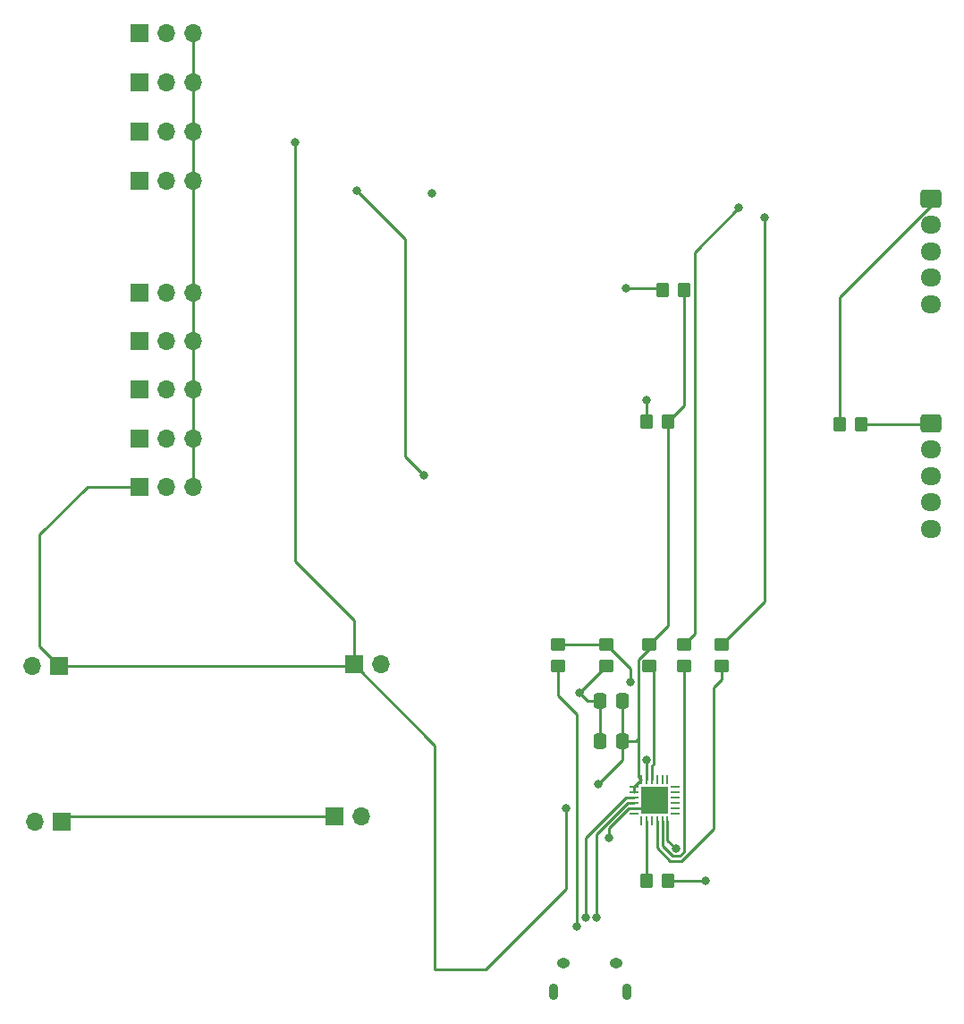
<source format=gbr>
%TF.GenerationSoftware,KiCad,Pcbnew,6.0.11+dfsg-1*%
%TF.CreationDate,2023-12-17T00:58:24-05:00*%
%TF.ProjectId,base_controller,62617365-5f63-46f6-9e74-726f6c6c6572,rev?*%
%TF.SameCoordinates,Original*%
%TF.FileFunction,Copper,L2,Bot*%
%TF.FilePolarity,Positive*%
%FSLAX46Y46*%
G04 Gerber Fmt 4.6, Leading zero omitted, Abs format (unit mm)*
G04 Created by KiCad (PCBNEW 6.0.11+dfsg-1) date 2023-12-17 00:58:24*
%MOMM*%
%LPD*%
G01*
G04 APERTURE LIST*
G04 Aperture macros list*
%AMRoundRect*
0 Rectangle with rounded corners*
0 $1 Rounding radius*
0 $2 $3 $4 $5 $6 $7 $8 $9 X,Y pos of 4 corners*
0 Add a 4 corners polygon primitive as box body*
4,1,4,$2,$3,$4,$5,$6,$7,$8,$9,$2,$3,0*
0 Add four circle primitives for the rounded corners*
1,1,$1+$1,$2,$3*
1,1,$1+$1,$4,$5*
1,1,$1+$1,$6,$7*
1,1,$1+$1,$8,$9*
0 Add four rect primitives between the rounded corners*
20,1,$1+$1,$2,$3,$4,$5,0*
20,1,$1+$1,$4,$5,$6,$7,0*
20,1,$1+$1,$6,$7,$8,$9,0*
20,1,$1+$1,$8,$9,$2,$3,0*%
G04 Aperture macros list end*
%TA.AperFunction,ComponentPad*%
%ADD10R,1.700000X1.700000*%
%TD*%
%TA.AperFunction,ComponentPad*%
%ADD11O,1.700000X1.700000*%
%TD*%
%TA.AperFunction,ComponentPad*%
%ADD12RoundRect,0.250000X-0.725000X0.600000X-0.725000X-0.600000X0.725000X-0.600000X0.725000X0.600000X0*%
%TD*%
%TA.AperFunction,ComponentPad*%
%ADD13O,1.950000X1.700000*%
%TD*%
%TA.AperFunction,ComponentPad*%
%ADD14O,0.890000X1.550000*%
%TD*%
%TA.AperFunction,ComponentPad*%
%ADD15O,1.250000X0.950000*%
%TD*%
%TA.AperFunction,SMDPad,CuDef*%
%ADD16RoundRect,0.250000X-0.350000X-0.450000X0.350000X-0.450000X0.350000X0.450000X-0.350000X0.450000X0*%
%TD*%
%TA.AperFunction,SMDPad,CuDef*%
%ADD17RoundRect,0.250000X0.337500X0.475000X-0.337500X0.475000X-0.337500X-0.475000X0.337500X-0.475000X0*%
%TD*%
%TA.AperFunction,SMDPad,CuDef*%
%ADD18RoundRect,0.250000X-0.450000X0.350000X-0.450000X-0.350000X0.450000X-0.350000X0.450000X0.350000X0*%
%TD*%
%TA.AperFunction,SMDPad,CuDef*%
%ADD19RoundRect,0.250000X0.350000X0.450000X-0.350000X0.450000X-0.350000X-0.450000X0.350000X-0.450000X0*%
%TD*%
%TA.AperFunction,SMDPad,CuDef*%
%ADD20RoundRect,0.062500X-0.350000X-0.062500X0.350000X-0.062500X0.350000X0.062500X-0.350000X0.062500X0*%
%TD*%
%TA.AperFunction,SMDPad,CuDef*%
%ADD21RoundRect,0.062500X-0.062500X-0.350000X0.062500X-0.350000X0.062500X0.350000X-0.062500X0.350000X0*%
%TD*%
%TA.AperFunction,SMDPad,CuDef*%
%ADD22R,2.600000X2.600000*%
%TD*%
%TA.AperFunction,ViaPad*%
%ADD23C,0.800000*%
%TD*%
%TA.AperFunction,Conductor*%
%ADD24C,0.250000*%
%TD*%
G04 APERTURE END LIST*
D10*
%TO.P,J4,1,Pin_1*%
%TO.N,+5V*%
X106680000Y-132588000D03*
D11*
%TO.P,J4,2,Pin_2*%
%TO.N,Earth*%
X104140000Y-132588000D03*
%TD*%
D10*
%TO.P,J7,1,Pin_1*%
%TO.N,+3V3*%
X134350000Y-117737500D03*
D11*
%TO.P,J7,2,Pin_2*%
%TO.N,Earth*%
X136890000Y-117737500D03*
%TD*%
%TO.P,J6,2,Pin_2*%
%TO.N,Earth*%
X135090000Y-132080000D03*
D10*
%TO.P,J6,1,Pin_1*%
%TO.N,+5V*%
X132550000Y-132080000D03*
%TD*%
%TO.P,J3,1,Pin_1*%
%TO.N,+3V3*%
X106426000Y-117856000D03*
D11*
%TO.P,J3,2,Pin_2*%
%TO.N,Earth*%
X103886000Y-117856000D03*
%TD*%
D12*
%TO.P,J1,1,Pin_1*%
%TO.N,DATA_IO*%
X188976000Y-73660000D03*
D13*
%TO.P,J1,2,Pin_2*%
%TO.N,SHCP_1*%
X188976000Y-76160000D03*
%TO.P,J1,3,Pin_3*%
%TO.N,STCP_1*%
X188976000Y-78660000D03*
%TO.P,J1,4,Pin_4*%
%TO.N,OE_1*%
X188976000Y-81160000D03*
%TO.P,J1,5,Pin_5*%
%TO.N,MR_1*%
X188976000Y-83660000D03*
%TD*%
D12*
%TO.P,J2,1,Pin_1*%
%TO.N,Net-(J2-Pad1)*%
X188976000Y-94902000D03*
D13*
%TO.P,J2,2,Pin_2*%
%TO.N,SHCP_2*%
X188976000Y-97402000D03*
%TO.P,J2,3,Pin_3*%
%TO.N,STCP_2*%
X188976000Y-99902000D03*
%TO.P,J2,4,Pin_4*%
%TO.N,PL_2*%
X188976000Y-102402000D03*
%TO.P,J2,5,Pin_5*%
%TO.N,MR_2*%
X188976000Y-104902000D03*
%TD*%
D14*
%TO.P,J5,6,Shield*%
%TO.N,Earth*%
X153234000Y-148652500D03*
X160234000Y-148652500D03*
D15*
X154234000Y-145952500D03*
X159234000Y-145952500D03*
%TD*%
D10*
%TO.P,JP1,1,A*%
%TO.N,+3V3*%
X114106000Y-82550000D03*
D11*
%TO.P,JP1,2,C*%
%TO.N,DEVCL_0*%
X116646000Y-82550000D03*
%TO.P,JP1,3,B*%
%TO.N,Earth*%
X119186000Y-82550000D03*
%TD*%
D10*
%TO.P,JP2,1,A*%
%TO.N,+3V3*%
X114106000Y-87144000D03*
D11*
%TO.P,JP2,2,C*%
%TO.N,DEVCL_1*%
X116646000Y-87144000D03*
%TO.P,JP2,3,B*%
%TO.N,Earth*%
X119186000Y-87144000D03*
%TD*%
D10*
%TO.P,JP3,1,A*%
%TO.N,+3V3*%
X114106000Y-91738000D03*
D11*
%TO.P,JP3,2,C*%
%TO.N,DEVCL_2*%
X116646000Y-91738000D03*
%TO.P,JP3,3,B*%
%TO.N,Earth*%
X119186000Y-91738000D03*
%TD*%
D10*
%TO.P,JP4,1,A*%
%TO.N,+3V3*%
X114106000Y-96332000D03*
D11*
%TO.P,JP4,2,C*%
%TO.N,DEVCL_3*%
X116646000Y-96332000D03*
%TO.P,JP4,3,B*%
%TO.N,Earth*%
X119186000Y-96332000D03*
%TD*%
D10*
%TO.P,JP5,1,A*%
%TO.N,+3V3*%
X114106000Y-100926000D03*
D11*
%TO.P,JP5,2,C*%
%TO.N,DEVCL_4*%
X116646000Y-100926000D03*
%TO.P,JP5,3,B*%
%TO.N,Earth*%
X119186000Y-100926000D03*
%TD*%
D10*
%TO.P,JP6,1,A*%
%TO.N,+3V3*%
X114106000Y-58020000D03*
D11*
%TO.P,JP6,2,C*%
%TO.N,DEVID_0*%
X116646000Y-58020000D03*
%TO.P,JP6,3,B*%
%TO.N,Earth*%
X119186000Y-58020000D03*
%TD*%
D10*
%TO.P,JP7,1,A*%
%TO.N,+3V3*%
X114106000Y-62670000D03*
D11*
%TO.P,JP7,2,C*%
%TO.N,DEVID_1*%
X116646000Y-62670000D03*
%TO.P,JP7,3,B*%
%TO.N,Earth*%
X119186000Y-62670000D03*
%TD*%
D10*
%TO.P,JP8,1,A*%
%TO.N,+3V3*%
X114106000Y-67320000D03*
D11*
%TO.P,JP8,2,C*%
%TO.N,DEVID_2*%
X116646000Y-67320000D03*
%TO.P,JP8,3,B*%
%TO.N,Earth*%
X119186000Y-67320000D03*
%TD*%
D10*
%TO.P,JP9,1,A*%
%TO.N,+3V3*%
X114106000Y-71970000D03*
D11*
%TO.P,JP9,2,C*%
%TO.N,DEVID_3*%
X116646000Y-71970000D03*
%TO.P,JP9,3,B*%
%TO.N,Earth*%
X119186000Y-71970000D03*
%TD*%
D16*
%TO.P,R9,1*%
%TO.N,DATA_IO*%
X180356000Y-94996000D03*
%TO.P,R9,2*%
%TO.N,Net-(J2-Pad1)*%
X182356000Y-94996000D03*
%TD*%
D17*
%TO.P,C5,1*%
%TO.N,+3V3*%
X159787500Y-124968000D03*
%TO.P,C5,2*%
%TO.N,Earth*%
X157712500Y-124968000D03*
%TD*%
%TO.P,C6,1*%
%TO.N,+3V3*%
X159787500Y-121158000D03*
%TO.P,C6,2*%
%TO.N,Earth*%
X157712500Y-121158000D03*
%TD*%
D18*
%TO.P,R3,1*%
%TO.N,+3V3*%
X162306000Y-115840000D03*
%TO.P,R3,2*%
%TO.N,Net-(R3-Pad2)*%
X162306000Y-117840000D03*
%TD*%
%TO.P,R4,1*%
%TO.N,Net-(R4-Pad1)*%
X153670000Y-115840000D03*
%TO.P,R4,2*%
%TO.N,Net-(D1-Pad2)*%
X153670000Y-117840000D03*
%TD*%
%TO.P,R5,1*%
%TO.N,Net-(R4-Pad1)*%
X158242000Y-115840000D03*
%TO.P,R5,2*%
%TO.N,Earth*%
X158242000Y-117840000D03*
%TD*%
%TO.P,R6,1*%
%TO.N,TXD0*%
X165608000Y-115840000D03*
%TO.P,R6,2*%
%TO.N,Net-(R6-Pad2)*%
X165608000Y-117840000D03*
%TD*%
%TO.P,R7,1*%
%TO.N,RXD0*%
X169164000Y-115840000D03*
%TO.P,R7,2*%
%TO.N,Net-(R7-Pad2)*%
X169164000Y-117840000D03*
%TD*%
D19*
%TO.P,R8,1*%
%TO.N,Net-(Q1-Pad2)*%
X164068000Y-138176000D03*
%TO.P,R8,2*%
%TO.N,Net-(R8-Pad2)*%
X162068000Y-138176000D03*
%TD*%
%TO.P,R10,1*%
%TO.N,+3V3*%
X164068000Y-94742000D03*
%TO.P,R10,2*%
%TO.N,IO0*%
X162068000Y-94742000D03*
%TD*%
%TO.P,R11,1*%
%TO.N,+3V3*%
X165592000Y-82296000D03*
%TO.P,R11,2*%
%TO.N,IO5*%
X163592000Y-82296000D03*
%TD*%
D20*
%TO.P,U2,1,RI/CLK*%
%TO.N,unconnected-(U2-Pad1)*%
X160876500Y-131806000D03*
%TO.P,U2,2,GND*%
%TO.N,Earth*%
X160876500Y-131306000D03*
%TO.P,U2,3,D+*%
%TO.N,Net-(D1-Pad4)*%
X160876500Y-130806000D03*
%TO.P,U2,4,D-*%
%TO.N,Net-(D1-Pad3)*%
X160876500Y-130306000D03*
%TO.P,U2,5,VIO*%
%TO.N,+3V3*%
X160876500Y-129806000D03*
%TO.P,U2,6,VDD*%
X160876500Y-129306000D03*
D21*
%TO.P,U2,7,REGIN*%
X161564000Y-128618500D03*
%TO.P,U2,8,VBUS*%
%TO.N,Net-(R4-Pad1)*%
X162064000Y-128618500D03*
%TO.P,U2,9,~{RSTb}*%
%TO.N,Net-(R3-Pad2)*%
X162564000Y-128618500D03*
%TO.P,U2,10,NC*%
%TO.N,unconnected-(U2-Pad10)*%
X163064000Y-128618500D03*
%TO.P,U2,11,GPIO.3*%
%TO.N,unconnected-(U2-Pad11)*%
X163564000Y-128618500D03*
%TO.P,U2,12,GPIO.2*%
%TO.N,unconnected-(U2-Pad12)*%
X164064000Y-128618500D03*
D20*
%TO.P,U2,13,GPIO.1*%
%TO.N,unconnected-(U2-Pad13)*%
X164751500Y-129306000D03*
%TO.P,U2,14,GPIO.0*%
%TO.N,unconnected-(U2-Pad14)*%
X164751500Y-129806000D03*
%TO.P,U2,15,~{SUSPENDb}*%
%TO.N,unconnected-(U2-Pad15)*%
X164751500Y-130306000D03*
%TO.P,U2,16,NC*%
%TO.N,unconnected-(U2-Pad16)*%
X164751500Y-130806000D03*
%TO.P,U2,17,SUSPEND*%
%TO.N,unconnected-(U2-Pad17)*%
X164751500Y-131306000D03*
%TO.P,U2,18,CTS*%
%TO.N,unconnected-(U2-Pad18)*%
X164751500Y-131806000D03*
D21*
%TO.P,U2,19,RTS*%
%TO.N,Net-(Q1-Pad1)*%
X164064000Y-132493500D03*
%TO.P,U2,20,RXD*%
%TO.N,Net-(R6-Pad2)*%
X163564000Y-132493500D03*
%TO.P,U2,21,TXD*%
%TO.N,Net-(R7-Pad2)*%
X163064000Y-132493500D03*
%TO.P,U2,22,DSR*%
%TO.N,unconnected-(U2-Pad22)*%
X162564000Y-132493500D03*
%TO.P,U2,23,DTR*%
%TO.N,Net-(R8-Pad2)*%
X162064000Y-132493500D03*
%TO.P,U2,24,DCD*%
%TO.N,unconnected-(U2-Pad24)*%
X161564000Y-132493500D03*
D22*
%TO.P,U2,25,GND*%
%TO.N,Earth*%
X162814000Y-130556000D03*
%TD*%
D23*
%TO.N,+3V3*%
X154432000Y-131318000D03*
X128778000Y-68326000D03*
X141726500Y-73157500D03*
X157480000Y-129032000D03*
%TO.N,Earth*%
X155702000Y-120380000D03*
X158496000Y-134112000D03*
%TO.N,Net-(D1-Pad4)*%
X157319001Y-141638999D03*
%TO.N,Net-(D1-Pad3)*%
X156294000Y-141648000D03*
%TO.N,Net-(D1-Pad2)*%
X155434000Y-142508000D03*
%TO.N,Net-(Q1-Pad1)*%
X164846000Y-135128000D03*
%TO.N,EN*%
X140970000Y-99822000D03*
X134620000Y-72898000D03*
%TO.N,Net-(Q1-Pad2)*%
X167640000Y-138176000D03*
%TO.N,TXD0*%
X170815000Y-74549000D03*
%TO.N,RXD0*%
X173228000Y-75438000D03*
%TO.N,IO0*%
X162068000Y-92726000D03*
%TO.N,IO5*%
X160147000Y-82169000D03*
%TO.N,Net-(R4-Pad1)*%
X160528000Y-119380000D03*
X162064000Y-126758000D03*
%TD*%
D24*
%TO.N,+3V3*%
X106426000Y-117856000D02*
X134231500Y-117856000D01*
X134231500Y-117856000D02*
X134350000Y-117737500D01*
X141986000Y-146558000D02*
X141986000Y-125373500D01*
X141986000Y-125373500D02*
X134350000Y-117737500D01*
X128778000Y-107963799D02*
X134350000Y-113535799D01*
X134350000Y-113535799D02*
X134350000Y-117737500D01*
X154432000Y-131318000D02*
X154432000Y-138970674D01*
X154432000Y-138970674D02*
X146844674Y-146558000D01*
X146844674Y-146558000D02*
X141986000Y-146558000D01*
X128778000Y-107963799D02*
X128778000Y-68326000D01*
%TO.N,+5V*%
X132550000Y-132080000D02*
X107188000Y-132080000D01*
X107188000Y-132080000D02*
X106680000Y-132588000D01*
%TO.N,+3V3*%
X157480000Y-129032000D02*
X157480000Y-129032000D01*
X159787500Y-124968000D02*
X161036000Y-124968000D01*
X161280990Y-128335490D02*
X161280990Y-124723010D01*
X109132000Y-100926000D02*
X114106000Y-100926000D01*
X104603574Y-116033574D02*
X104603574Y-108164229D01*
X104596375Y-107843324D02*
X104596375Y-105461625D01*
X161036000Y-124968000D02*
X161280990Y-124723010D01*
X164068000Y-94742000D02*
X164068000Y-114078000D01*
X165592000Y-93218000D02*
X164068000Y-94742000D01*
X162306000Y-116226810D02*
X162306000Y-115840000D01*
X161280990Y-117251820D02*
X162306000Y-116226810D01*
X104596375Y-105461625D02*
X109132000Y-100926000D01*
X160876500Y-129806000D02*
X160876500Y-129306000D01*
X161280990Y-124723010D02*
X161280990Y-117251820D01*
X165592000Y-82296000D02*
X165592000Y-93218000D01*
X160876500Y-129306000D02*
X161564000Y-128618500D01*
X106426000Y-117856000D02*
X104603574Y-116033574D01*
X161564000Y-128618500D02*
X161280990Y-128335490D01*
X104603574Y-108164229D02*
X104596375Y-107843324D01*
X164068000Y-114078000D02*
X162306000Y-115840000D01*
X159787500Y-124968000D02*
X159787500Y-126724500D01*
X159787500Y-126724500D02*
X157480000Y-129032000D01*
X159787500Y-121158000D02*
X159787500Y-124968000D01*
%TO.N,Earth*%
X155702000Y-120380000D02*
X155702000Y-120380000D01*
X119186000Y-91738000D02*
X119186000Y-96332000D01*
X119186000Y-62670000D02*
X119186000Y-67320000D01*
X162064000Y-131306000D02*
X162814000Y-130556000D01*
X157712500Y-121158000D02*
X156480000Y-121158000D01*
X158496000Y-133225978D02*
X160415978Y-131306000D01*
X160876500Y-131306000D02*
X162064000Y-131306000D01*
X119186000Y-96332000D02*
X119186000Y-100926000D01*
X119186000Y-87144000D02*
X119186000Y-91738000D01*
X119186000Y-58020000D02*
X119186000Y-62670000D01*
X160415978Y-131306000D02*
X160876500Y-131306000D01*
X119186000Y-67320000D02*
X119186000Y-71970000D01*
X158496000Y-134112000D02*
X158496000Y-133225978D01*
X157712500Y-124968000D02*
X157712500Y-121158000D01*
X158242000Y-117840000D02*
X155702000Y-120380000D01*
X156480000Y-121158000D02*
X155702000Y-120380000D01*
X119186000Y-71970000D02*
X119186000Y-82550000D01*
X119186000Y-82550000D02*
X119186000Y-87144000D01*
%TO.N,Net-(D1-Pad4)*%
X160415978Y-130806000D02*
X160876500Y-130806000D01*
X160279568Y-130806000D02*
X157319001Y-133766567D01*
X157319001Y-133766567D02*
X157319001Y-133902977D01*
X157319001Y-141638999D02*
X157319001Y-133902977D01*
X160876500Y-130806000D02*
X160279568Y-130806000D01*
%TO.N,Net-(D1-Pad3)*%
X160876500Y-130306000D02*
X160143158Y-130306000D01*
X156294000Y-134790000D02*
X156294000Y-134291568D01*
X156294000Y-134155158D02*
X156294000Y-134790000D01*
X156294000Y-141648000D02*
X156294000Y-134790000D01*
X160279568Y-130306000D02*
X160876500Y-130306000D01*
X160143158Y-130306000D02*
X156294000Y-134155158D01*
%TO.N,Net-(D1-Pad2)*%
X153670000Y-120662000D02*
X155434000Y-122426000D01*
X153670000Y-117840000D02*
X153670000Y-120662000D01*
X155434000Y-142508000D02*
X155434000Y-122426000D01*
%TO.N,Net-(Q1-Pad1)*%
X164846000Y-135128000D02*
X164846000Y-135128000D01*
X164064000Y-132493500D02*
X164064000Y-134092000D01*
X164064000Y-134346000D02*
X164846000Y-135128000D01*
X164064000Y-134092000D02*
X164064000Y-134346000D01*
%TO.N,EN*%
X134620000Y-72898000D02*
X134620000Y-72898000D01*
X139192000Y-98044000D02*
X140970000Y-99822000D01*
X139192000Y-77470000D02*
X134620000Y-72898000D01*
X139192000Y-77470000D02*
X139192000Y-98044000D01*
%TO.N,Net-(Q1-Pad2)*%
X167640000Y-138176000D02*
X167640000Y-138176000D01*
X164068000Y-138176000D02*
X167640000Y-138176000D01*
%TO.N,Net-(R3-Pad2)*%
X162789001Y-118323001D02*
X162306000Y-117840000D01*
X162564000Y-127331002D02*
X162789001Y-127106001D01*
X162564000Y-128618500D02*
X162564000Y-127331002D01*
X162789001Y-127106001D02*
X162789001Y-118323001D01*
%TO.N,Net-(R6-Pad2)*%
X165608000Y-131910022D02*
X165608000Y-117840000D01*
X165194001Y-135853001D02*
X165608000Y-135439002D01*
X164497999Y-135853001D02*
X165194001Y-135853001D01*
X163564000Y-132493500D02*
X163564000Y-134919002D01*
X165608000Y-135439002D02*
X165608000Y-117840000D01*
X163564000Y-134919002D02*
X164497999Y-135853001D01*
%TO.N,TXD0*%
X166633010Y-114814990D02*
X165608000Y-115840000D01*
X166633010Y-78730990D02*
X166633010Y-114814990D01*
X170815000Y-74549000D02*
X166633010Y-78730990D01*
%TO.N,Net-(R7-Pad2)*%
X169164000Y-119126000D02*
X168402000Y-119888000D01*
X168402000Y-133281412D02*
X168402000Y-119888000D01*
X165380402Y-136303010D02*
X168402000Y-133281412D01*
X163064000Y-135055412D02*
X164311599Y-136303011D01*
X163064000Y-132493500D02*
X163064000Y-135055412D01*
X164311599Y-136303011D02*
X165380402Y-136303010D01*
X169164000Y-117840000D02*
X169164000Y-119126000D01*
%TO.N,RXD0*%
X173228000Y-111776000D02*
X169164000Y-115840000D01*
X173228000Y-75438000D02*
X173228000Y-111776000D01*
%TO.N,Net-(R8-Pad2)*%
X162068000Y-138176000D02*
X162068000Y-132497500D01*
X162068000Y-132497500D02*
X162064000Y-132493500D01*
%TO.N,IO0*%
X162068000Y-92726000D02*
X162068000Y-92726000D01*
X162068000Y-94742000D02*
X162068000Y-92726000D01*
%TO.N,IO5*%
X160147000Y-82169000D02*
X163465000Y-82169000D01*
X163465000Y-82169000D02*
X163592000Y-82296000D01*
%TO.N,DATA_IO*%
X188976000Y-74373285D02*
X188976000Y-73660000D01*
X180356000Y-94996000D02*
X180356000Y-82993285D01*
X180356000Y-82993285D02*
X188976000Y-74373285D01*
%TO.N,Net-(J2-Pad1)*%
X188882000Y-94996000D02*
X188976000Y-94902000D01*
X182356000Y-94996000D02*
X188882000Y-94996000D01*
%TO.N,Net-(R4-Pad1)*%
X162064000Y-126758000D02*
X162064000Y-126758000D01*
X162064000Y-128618500D02*
X162064000Y-126758000D01*
X160528000Y-119380000D02*
X160528000Y-118126000D01*
X160528000Y-118126000D02*
X158242000Y-115840000D01*
X153670000Y-115840000D02*
X158242000Y-115840000D01*
%TD*%
M02*

</source>
